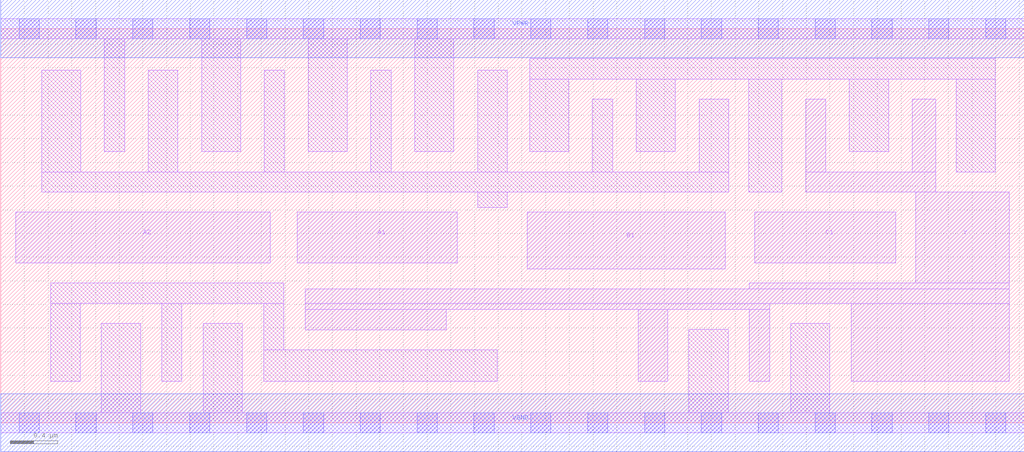
<source format=lef>
# Copyright 2020 The SkyWater PDK Authors
#
# Licensed under the Apache License, Version 2.0 (the "License");
# you may not use this file except in compliance with the License.
# You may obtain a copy of the License at
#
#     https://www.apache.org/licenses/LICENSE-2.0
#
# Unless required by applicable law or agreed to in writing, software
# distributed under the License is distributed on an "AS IS" BASIS,
# WITHOUT WARRANTIES OR CONDITIONS OF ANY KIND, either express or implied.
# See the License for the specific language governing permissions and
# limitations under the License.
#
# SPDX-License-Identifier: Apache-2.0

VERSION 5.5 ;
NAMESCASESENSITIVE ON ;
BUSBITCHARS "[]" ;
DIVIDERCHAR "/" ;
MACRO sky130_fd_sc_ls__a211oi_4
  CLASS CORE ;
  SOURCE USER ;
  ORIGIN  0.000000  0.000000 ;
  SIZE  8.640000 BY  3.330000 ;
  SYMMETRY X Y ;
  SITE unit ;
  PIN A1
    ANTENNAGATEAREA  1.116000 ;
    DIRECTION INPUT ;
    USE SIGNAL ;
    PORT
      LAYER li1 ;
        RECT 2.505000 1.350000 3.855000 1.780000 ;
    END
  END A1
  PIN A2
    ANTENNAGATEAREA  1.116000 ;
    DIRECTION INPUT ;
    USE SIGNAL ;
    PORT
      LAYER li1 ;
        RECT 0.125000 1.350000 2.275000 1.780000 ;
    END
  END A2
  PIN B1
    ANTENNAGATEAREA  0.894000 ;
    DIRECTION INPUT ;
    USE SIGNAL ;
    PORT
      LAYER li1 ;
        RECT 4.445000 1.300000 6.115000 1.780000 ;
    END
  END B1
  PIN C1
    ANTENNAGATEAREA  0.894000 ;
    DIRECTION INPUT ;
    USE SIGNAL ;
    PORT
      LAYER li1 ;
        RECT 6.365000 1.350000 7.555000 1.780000 ;
    END
  END C1
  PIN Y
    ANTENNADIFFAREA  1.685800 ;
    DIRECTION OUTPUT ;
    USE SIGNAL ;
    PORT
      LAYER li1 ;
        RECT 2.570000 0.785000 3.760000 0.960000 ;
        RECT 2.570000 0.960000 6.490000 1.010000 ;
        RECT 2.570000 1.010000 8.515000 1.130000 ;
        RECT 5.380000 0.350000 5.630000 0.960000 ;
        RECT 6.320000 0.350000 6.490000 0.960000 ;
        RECT 6.320000 1.130000 8.515000 1.180000 ;
        RECT 6.795000 1.950000 7.895000 2.120000 ;
        RECT 6.795000 2.120000 6.965000 2.735000 ;
        RECT 7.180000 0.350000 8.515000 1.010000 ;
        RECT 7.695000 2.120000 7.895000 2.735000 ;
        RECT 7.725000 1.180000 8.515000 1.950000 ;
    END
  END Y
  PIN VGND
    DIRECTION INOUT ;
    SHAPE ABUTMENT ;
    USE GROUND ;
    PORT
      LAYER met1 ;
        RECT 0.000000 -0.245000 8.640000 0.245000 ;
    END
  END VGND
  PIN VNB
    DIRECTION INOUT ;
    USE GROUND ;
    PORT
    END
  END VNB
  PIN VPB
    DIRECTION INOUT ;
    USE POWER ;
    PORT
    END
  END VPB
  PIN VPWR
    DIRECTION INOUT ;
    SHAPE ABUTMENT ;
    USE POWER ;
    PORT
      LAYER met1 ;
        RECT 0.000000 3.085000 8.640000 3.575000 ;
    END
  END VPWR
  OBS
    LAYER li1 ;
      RECT 0.000000 -0.085000 8.640000 0.085000 ;
      RECT 0.000000  3.245000 8.640000 3.415000 ;
      RECT 0.345000  1.950000 6.145000 2.120000 ;
      RECT 0.345000  2.120000 0.675000 2.980000 ;
      RECT 0.420000  0.350000 0.670000 1.010000 ;
      RECT 0.420000  1.010000 2.390000 1.180000 ;
      RECT 0.850000  0.085000 1.180000 0.840000 ;
      RECT 0.875000  2.290000 1.045000 3.245000 ;
      RECT 1.245000  2.120000 1.495000 2.980000 ;
      RECT 1.360000  0.350000 1.530000 1.010000 ;
      RECT 1.695000  2.290000 2.025000 3.245000 ;
      RECT 1.710000  0.085000 2.040000 0.840000 ;
      RECT 2.220000  0.350000 4.190000 0.615000 ;
      RECT 2.220000  0.615000 2.390000 1.010000 ;
      RECT 2.225000  2.120000 2.395000 2.980000 ;
      RECT 2.595000  2.290000 2.925000 3.245000 ;
      RECT 3.125000  2.120000 3.295000 2.980000 ;
      RECT 3.495000  2.290000 3.825000 3.245000 ;
      RECT 4.025000  1.820000 4.275000 1.950000 ;
      RECT 4.025000  2.120000 4.275000 2.980000 ;
      RECT 4.465000  2.290000 4.795000 2.905000 ;
      RECT 4.465000  2.905000 8.395000 3.075000 ;
      RECT 4.995000  2.120000 5.165000 2.735000 ;
      RECT 5.365000  2.290000 5.695000 2.905000 ;
      RECT 5.810000  0.085000 6.140000 0.790000 ;
      RECT 5.895000  2.120000 6.145000 2.735000 ;
      RECT 6.315000  1.950000 6.595000 2.905000 ;
      RECT 6.670000  0.085000 7.000000 0.840000 ;
      RECT 7.165000  2.290000 7.495000 2.905000 ;
      RECT 8.065000  2.120000 8.395000 2.905000 ;
    LAYER mcon ;
      RECT 0.155000 -0.085000 0.325000 0.085000 ;
      RECT 0.155000  3.245000 0.325000 3.415000 ;
      RECT 0.635000 -0.085000 0.805000 0.085000 ;
      RECT 0.635000  3.245000 0.805000 3.415000 ;
      RECT 1.115000 -0.085000 1.285000 0.085000 ;
      RECT 1.115000  3.245000 1.285000 3.415000 ;
      RECT 1.595000 -0.085000 1.765000 0.085000 ;
      RECT 1.595000  3.245000 1.765000 3.415000 ;
      RECT 2.075000 -0.085000 2.245000 0.085000 ;
      RECT 2.075000  3.245000 2.245000 3.415000 ;
      RECT 2.555000 -0.085000 2.725000 0.085000 ;
      RECT 2.555000  3.245000 2.725000 3.415000 ;
      RECT 3.035000 -0.085000 3.205000 0.085000 ;
      RECT 3.035000  3.245000 3.205000 3.415000 ;
      RECT 3.515000 -0.085000 3.685000 0.085000 ;
      RECT 3.515000  3.245000 3.685000 3.415000 ;
      RECT 3.995000 -0.085000 4.165000 0.085000 ;
      RECT 3.995000  3.245000 4.165000 3.415000 ;
      RECT 4.475000 -0.085000 4.645000 0.085000 ;
      RECT 4.475000  3.245000 4.645000 3.415000 ;
      RECT 4.955000 -0.085000 5.125000 0.085000 ;
      RECT 4.955000  3.245000 5.125000 3.415000 ;
      RECT 5.435000 -0.085000 5.605000 0.085000 ;
      RECT 5.435000  3.245000 5.605000 3.415000 ;
      RECT 5.915000 -0.085000 6.085000 0.085000 ;
      RECT 5.915000  3.245000 6.085000 3.415000 ;
      RECT 6.395000 -0.085000 6.565000 0.085000 ;
      RECT 6.395000  3.245000 6.565000 3.415000 ;
      RECT 6.875000 -0.085000 7.045000 0.085000 ;
      RECT 6.875000  3.245000 7.045000 3.415000 ;
      RECT 7.355000 -0.085000 7.525000 0.085000 ;
      RECT 7.355000  3.245000 7.525000 3.415000 ;
      RECT 7.835000 -0.085000 8.005000 0.085000 ;
      RECT 7.835000  3.245000 8.005000 3.415000 ;
      RECT 8.315000 -0.085000 8.485000 0.085000 ;
      RECT 8.315000  3.245000 8.485000 3.415000 ;
  END
END sky130_fd_sc_ls__a211oi_4
END LIBRARY

</source>
